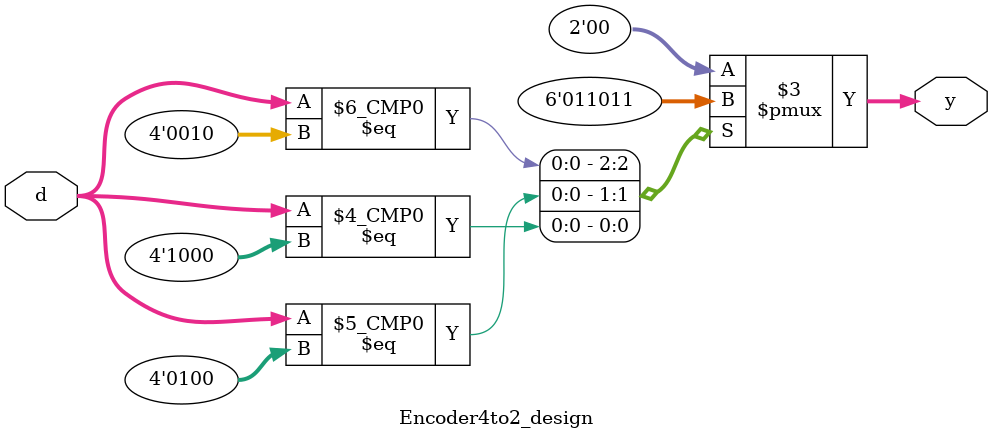
<source format=v>
`timescale 1ns / 1ps


module Encoder4to2_design(
    input [3:0]d, 
    output reg [1:0]y
    );
//    // Conditional by ternary operator
//    assign y = (d[3]) ? 2'b11:
//               (d[2]) ? 2'b10:
//               (d[1]) ? 2'b01:
//               (d[0]) ? 2'b00: 2'b00;
    // Case statement
        always @(d,y)begin
            case (d)
                4'h1: y=2'b00;
                4'h2: y=2'b01;
                4'h4: y=2'b10;
                4'h8: y=2'b11;
                default: y=2'b00;
            endcase
        end
endmodule
</source>
